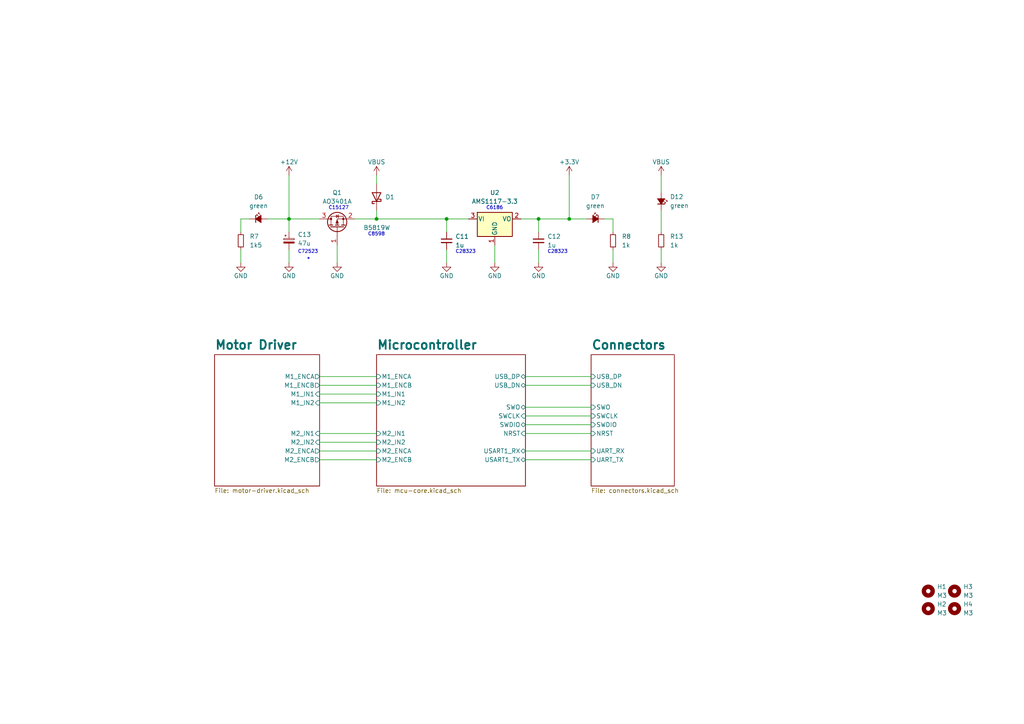
<source format=kicad_sch>
(kicad_sch (version 20211123) (generator eeschema)
  (paper "A4")
  (title_block (title "Posit: A STM32 based DC motor controller") (date "2023-06-25") (rev "A") (company "Sampreet SARKAR"))
  (lib_symbols
    (symbol "Device:C_Polarized_Small" (pin_numbers hide) (pin_names (offset 0.254) hide)
      (property "Reference" "C" (at 0.254 1.778 0))
      (property "Value" "C_Polarized_Small" (at 0.254 -2.032 0))
      (symbol "C_Polarized_Small_0_1"
        (rectangle (start -1.524 -0.3048) (end 1.524 -0.6858) (fill (type outline)))
        (rectangle (start -1.524 0.6858) (end 1.524 0.3048))
        (polyline (pts (xy -1.27 1.524) (xy -0.762 1.524)))
        (polyline (pts (xy -1.016 1.27) (xy -1.016 1.778)))
      )
      (symbol "C_Polarized_Small_1_1"
        (pin passive line (at 0 2.54 270) (length 1.8542) (name "~") (number "1"))
        (pin passive line (at 0 -2.54 90) (length 1.8542) (name "~") (number "2"))
      )
    )
    (symbol "Device:C_Small" (pin_numbers hide) (pin_names (offset 0.254) hide)
      (property "Reference" "C" (at 0.254 1.778 0))
      (property "Value" "C_Small" (at 0.254 -2.032 0))
      (symbol "C_Small_0_1"
        (polyline (pts (xy -1.524 -0.508) (xy 1.524 -0.508)) (stroke (width 0.3302)))
        (polyline (pts (xy -1.524 0.508) (xy 1.524 0.508)) (stroke (width 0.3048)))
      )
      (symbol "C_Small_1_1"
        (pin passive line (at 0 2.54 270) (length 2.032) (name "~") (number "1"))
        (pin passive line (at 0 -2.54 90) (length 2.032) (name "~") (number "2"))
      )
    )
    (symbol "Device:D_Schottky" (pin_numbers hide) (pin_names (offset 1.016) hide)
      (property "Reference" "D" (at 0 2.54 0))
      (property "Value" "D_Schottky" (at 0 -2.54 0))
      (symbol "D_Schottky_0_1"
        (polyline (pts (xy 1.27 0) (xy -1.27 0)))
        (polyline (pts (xy 1.27 1.27) (xy 1.27 -1.27) (xy -1.27 0) (xy 1.27 1.27)) (stroke (width 0.254)))
        (polyline (pts (xy -1.905 0.635) (xy -1.905 1.27) (xy -1.27 1.27) (xy -1.27 -1.27) (xy -0.635 -1.27) (xy -0.635 -0.635)) (stroke (width 0.254)))
      )
      (symbol "D_Schottky_1_1"
        (pin passive line (at -3.81 0 0) (length 2.54) (name "K") (number "1"))
        (pin passive line (at 3.81 0 180) (length 2.54) (name "A") (number "2"))
      )
    )
    (symbol "Device:LED_Small_Filled" (pin_numbers hide) (pin_names (offset 0.254) hide)
      (property "Reference" "D" (at -1.27 3.175 0))
      (property "Value" "LED_Small_Filled" (at -4.445 -2.54 0))
      (symbol "LED_Small_Filled_0_1"
        (polyline (pts (xy -0.762 -1.016) (xy -0.762 1.016)) (stroke (width 0.254)))
        (polyline (pts (xy 1.016 0) (xy -0.762 0)))
        (polyline (pts (xy 0.762 -1.016) (xy -0.762 0) (xy 0.762 1.016) (xy 0.762 -1.016)) (stroke (width 0.254)) (fill (type outline)))
        (polyline (pts (xy 0 0.762) (xy -0.508 1.27) (xy -0.254 1.27) (xy -0.508 1.27) (xy -0.508 1.016)))
        (polyline (pts (xy 0.508 1.27) (xy 0 1.778) (xy 0.254 1.778) (xy 0 1.778) (xy 0 1.524)))
      )
      (symbol "LED_Small_Filled_1_1"
        (pin passive line (at -2.54 0 0) (length 1.778) (name "K") (number "1"))
        (pin passive line (at 2.54 0 180) (length 1.778) (name "A") (number "2"))
      )
    )
    (symbol "Device:R_Small" (pin_numbers hide) (pin_names (offset 0.254) hide)
      (property "Reference" "R" (at 0.762 0.508 0))
      (property "Value" "R_Small" (at 0.762 -1.016 0))
      (symbol "R_Small_0_1"
        (rectangle (start -0.762 1.778) (end 0.762 -1.778) (stroke (width 0.2032)))
      )
      (symbol "R_Small_1_1"
        (pin passive line (at 0 2.54 270) (length 0.762) (name "~") (number "1"))
        (pin passive line (at 0 -2.54 90) (length 0.762) (name "~") (number "2"))
      )
    )
    (symbol "Mechanical:MountingHole" (pin_names (offset 1.016))
      (property "Reference" "H" (at 0 5.08 0))
      (property "Value" "MountingHole" (at 0 3.175 0))
      (symbol "MountingHole_0_1"
        (circle (center 0 0) (radius 1.27) (stroke (width 1.27)))
      )
    )
    (symbol "Regulator_Linear:AMS1117-3.3" (pin_names (offset 0.254))
      (property "Reference" "U" (at -3.81 3.175 0))
      (property "Value" "AMS1117-3.3" (at 0 3.175 0))
      (symbol "AMS1117-3.3_0_1"
        (rectangle (start -5.08 -5.08) (end 5.08 1.905) (stroke (width 0.254)) (fill (type background)))
      )
      (symbol "AMS1117-3.3_1_1"
        (pin power_in line (at 0 -7.62 90) (length 2.54) (name "GND") (number "1"))
        (pin power_out line (at 7.62 0 180) (length 2.54) (name "VO") (number "2"))
        (pin power_in line (at -7.62 0 0) (length 2.54) (name "VI") (number "3"))
      )
    )
    (symbol "Transistor_FET:AO3401A" (pin_names hide)
      (property "Reference" "Q" (at 5.08 1.905 0))
      (property "Value" "AO3401A" (at 5.08 0 0))
      (symbol "AO3401A_0_1"
        (polyline (pts (xy 0.254 0) (xy -2.54 0)))
        (polyline (pts (xy 0.254 1.905) (xy 0.254 -1.905)) (stroke (width 0.254)))
        (polyline (pts (xy 0.762 -1.27) (xy 0.762 -2.286)) (stroke (width 0.254)))
        (polyline (pts (xy 0.762 0.508) (xy 0.762 -0.508)) (stroke (width 0.254)))
        (polyline (pts (xy 0.762 2.286) (xy 0.762 1.27)) (stroke (width 0.254)))
        (polyline (pts (xy 2.54 2.54) (xy 2.54 1.778)))
        (polyline (pts (xy 2.54 -2.54) (xy 2.54 0) (xy 0.762 0)))
        (polyline (pts (xy 0.762 1.778) (xy 3.302 1.778) (xy 3.302 -1.778) (xy 0.762 -1.778)))
        (polyline (pts (xy 2.286 0) (xy 1.27 0.381) (xy 1.27 -0.381) (xy 2.286 0)) (fill (type outline)))
        (polyline (pts (xy 2.794 -0.508) (xy 2.921 -0.381) (xy 3.683 -0.381) (xy 3.81 -0.254)))
        (polyline (pts (xy 3.302 -0.381) (xy 2.921 0.254) (xy 3.683 0.254) (xy 3.302 -0.381)))
        (circle (center 1.651 0) (radius 2.794) (stroke (width 0.254)))
        (circle (center 2.54 -1.778) (radius 0.254) (fill (type outline)))
        (circle (center 2.54 1.778) (radius 0.254) (fill (type outline)))
      )
      (symbol "AO3401A_1_1"
        (pin input line (at -5.08 0 0) (length 2.54) (name "G") (number "1"))
        (pin passive line (at 2.54 -5.08 90) (length 2.54) (name "S") (number "2"))
        (pin passive line (at 2.54 5.08 270) (length 2.54) (name "D") (number "3"))
      )
    )
    (symbol "power:+12V" (power) (pin_names (offset 0))
      (property "Value" "+12V" (at 0 3.556 0))
      (symbol "+12V_0_1"
        (polyline (pts (xy -0.762 1.27) (xy 0 2.54)))
        (polyline (pts (xy 0 0) (xy 0 2.54)))
        (polyline (pts (xy 0 2.54) (xy 0.762 1.27)))
      )
      (symbol "+12V_1_1"
        (pin power_in line (at 0 0 90) (length 0) hide (name "+12V") (number "1"))
      )
    )
    (symbol "power:+3.3V" (power) (pin_names (offset 0))
      (property "Value" "+3.3V" (at 0 3.556 0))
      (symbol "+3.3V_0_1"
        (polyline (pts (xy -0.762 1.27) (xy 0 2.54)))
        (polyline (pts (xy 0 0) (xy 0 2.54)))
        (polyline (pts (xy 0 2.54) (xy 0.762 1.27)))
      )
      (symbol "+3.3V_1_1"
        (pin power_in line (at 0 0 90) (length 0) hide (name "+3.3V") (number "1"))
      )
    )
    (symbol "power:GND" (power) (pin_names (offset 0))
      (property "Value" "GND" (at 0 -3.81 0))
      (symbol "GND_0_1"
        (polyline (pts (xy 0 0) (xy 0 -1.27) (xy 1.27 -1.27) (xy 0 -2.54) (xy -1.27 -1.27) (xy 0 -1.27)))
      )
      (symbol "GND_1_1"
        (pin power_in line (at 0 0 270) (length 0) hide (name "GND") (number "1"))
      )
    )
    (symbol "power:VBUS" (power) (pin_names (offset 0))
      (property "Value" "VBUS" (at 0 3.81 0))
      (symbol "VBUS_0_1"
        (polyline (pts (xy -0.762 1.27) (xy 0 2.54)))
        (polyline (pts (xy 0 0) (xy 0 2.54)))
        (polyline (pts (xy 0 2.54) (xy 0.762 1.27)))
      )
      (symbol "VBUS_1_1"
        (pin power_in line (at 0 0 90) (length 0) hide (name "VBUS") (number "1"))
      )
    )
  )
  (junction (at 109.22 63.5))
  (junction (at 156.21 63.5))
  (junction (at 165.1 63.5))
  (junction (at 129.54 63.5))
  (junction (at 83.82 63.5))
  (wire (pts (xy 83.82 63.5) (xy 92.71 63.5)))
  (wire (pts (xy 191.77 50.8) (xy 191.77 55.88)))
  (wire (pts (xy 151.13 63.5) (xy 156.21 63.5)))
  (wire (pts (xy 69.85 67.31) (xy 69.85 63.5)))
  (wire (pts (xy 129.54 63.5) (xy 129.54 67.31)))
  (wire (pts (xy 92.71 116.84) (xy 109.22 116.84)))
  (wire (pts (xy 102.87 63.5) (xy 109.22 63.5)))
  (wire (pts (xy 92.71 114.3) (xy 109.22 114.3)))
  (wire (pts (xy 92.71 128.27) (xy 109.22 128.27)))
  (wire (pts (xy 191.77 60.96) (xy 191.77 67.31)))
  (wire (pts (xy 152.4 118.11) (xy 171.45 118.11)))
  (wire (pts (xy 109.22 60.96) (xy 109.22 63.5)))
  (wire (pts (xy 165.1 63.5) (xy 170.18 63.5)))
  (wire (pts (xy 177.8 72.39) (xy 177.8 76.2)))
  (wire (pts (xy 152.4 111.76) (xy 171.45 111.76)))
  (wire (pts (xy 191.77 72.39) (xy 191.77 76.2)))
  (wire (pts (xy 92.71 111.76) (xy 109.22 111.76)))
  (wire (pts (xy 152.4 133.35) (xy 171.45 133.35)))
  (wire (pts (xy 129.54 72.39) (xy 129.54 76.2)))
  (wire (pts (xy 152.4 130.81) (xy 171.45 130.81)))
  (wire (pts (xy 177.8 67.31) (xy 177.8 63.5)))
  (wire (pts (xy 92.71 130.81) (xy 109.22 130.81)))
  (wire (pts (xy 97.79 71.12) (xy 97.79 76.2)))
  (wire (pts (xy 156.21 63.5) (xy 165.1 63.5)))
  (wire (pts (xy 92.71 125.73) (xy 109.22 125.73)))
  (wire (pts (xy 156.21 63.5) (xy 156.21 67.31)))
  (wire (pts (xy 109.22 63.5) (xy 129.54 63.5)))
  (wire (pts (xy 69.85 72.39) (xy 69.85 76.2)))
  (wire (pts (xy 83.82 50.8) (xy 83.82 63.5)))
  (wire (pts (xy 152.4 109.22) (xy 171.45 109.22)))
  (wire (pts (xy 165.1 50.8) (xy 165.1 63.5)))
  (wire (pts (xy 152.4 123.19) (xy 171.45 123.19)))
  (wire (pts (xy 83.82 63.5) (xy 83.82 67.31)))
  (wire (pts (xy 109.22 50.8) (xy 109.22 53.34)))
  (wire (pts (xy 69.85 63.5) (xy 72.39 63.5)))
  (wire (pts (xy 177.8 63.5) (xy 175.26 63.5)))
  (wire (pts (xy 92.71 133.35) (xy 109.22 133.35)))
  (wire (pts (xy 135.89 63.5) (xy 129.54 63.5)))
  (wire (pts (xy 152.4 125.73) (xy 171.45 125.73)))
  (wire (pts (xy 92.71 109.22) (xy 109.22 109.22)))
  (wire (pts (xy 143.51 71.12) (xy 143.51 76.2)))
  (wire (pts (xy 83.82 72.39) (xy 83.82 76.2)))
  (wire (pts (xy 152.4 120.65) (xy 171.45 120.65)))
  (wire (pts (xy 77.47 63.5) (xy 83.82 63.5)))
  (wire (pts (xy 156.21 72.39) (xy 156.21 76.2)))
  (text "C28323" (at 158.75 73.66 0) (effects (font (size 1 1)) (justify left bottom)))
  (text "*" (at 88.9 76.2 0) (effects (font (size 1.27 1.27)) (justify left bottom)))
  (text "C6186" (at 140.97 60.96 0) (effects (font (size 1 1)) (justify left bottom)))
  (text "C28323" (at 132.08 73.66 0) (effects (font (size 1 1)) (justify left bottom)))
  (text "C15127" (at 95.25 60.96 0) (effects (font (size 1 1)) (justify left bottom)))
  (text "C8598" (at 106.68 68.58 0) (effects (font (size 1 1)) (justify left bottom)))
  (text "C72523" (at 86.36 73.66 0) (effects (font (size 1 1)) (justify left bottom)))
  (symbol (lib_id "Transistor_FET:AO3401A") (at 97.79 66.04 90) (unit 1)
    (property "Reference" "Q1" (at 97.79 55.88 90))
    (property "Value" "AO3401A" (at 97.79 58.42 90))
    (property "Footprint" "Package_TO_SOT_SMD:SOT-23" (effects hide))
    (property "Datasheet" "http://www.aosmd.com/pdfs/datasheet/AO3401A.pdf" (effects hide))
  )
  (symbol (lib_id "Device:C_Polarized_Small") (at 83.82 69.85 0) (unit 1)
    (property "Reference" "C13" (at 86.36 68.0338 0) (effects (justify left)))
    (property "Value" "47u" (at 86.36 70.5738 0) (effects (justify left)))
    (property "Footprint" "Capacitor_SMD:CP_Elec_6.3x7.7" (effects hide))
  )
  (symbol (lib_id "Mechanical:MountingHole") (at 276.86 171.45 0) (unit 1)
    (property "Reference" "H3" (at 279.4 170.1799 0) (effects (justify left)))
    (property "Value" "M3" (at 279.4 172.7199 0) (effects (justify left)))
    (property "Footprint" "MountingHole:MountingHole_3.2mm_M3_DIN965_Pad" (effects hide))
  )
  (symbol (lib_id "power:VBUS") (at 191.77 50.8 0) (unit 1)
    (property "Reference" "#PWR0101" (effects hide))
    (property "Value" "VBUS" (at 191.77 46.99 0))
  )
  (symbol (lib_id "Device:LED_Small_Filled") (at 74.93 63.5 0) (unit 1)
    (property "Reference" "D6" (at 74.9935 57.15 0))
    (property "Value" "green" (at 74.9935 59.69 0))
    (property "Footprint" "LED_SMD:LED_0603_1608Metric" (effects hide))
  )
  (symbol (lib_id "power:VBUS") (at 109.22 50.8 0) (unit 1)
    (property "Reference" "#PWR014" (effects hide))
    (property "Value" "VBUS" (at 109.22 46.99 0))
  )
  (symbol (lib_id "Regulator_Linear:AMS1117-3.3") (at 143.51 63.5 0) (unit 1)
    (property "Reference" "U2" (at 143.51 55.88 0))
    (property "Value" "AMS1117-3.3" (at 143.51 58.42 0))
    (property "Footprint" "Package_TO_SOT_SMD:SOT-223-3_TabPin2" (effects hide))
    (property "Datasheet" "http://www.advanced-monolithic.com/pdf/ds1117.pdf" (effects hide))
  )
  (symbol (lib_id "Device:LED_Small_Filled") (at 191.77 58.42 270) (mirror x) (unit 1)
    (property "Reference" "D12" (at 194.31 57.0864 90) (effects (justify left)))
    (property "Value" "green" (at 194.31 59.6264 90) (effects (justify left)))
    (property "Footprint" "LED_SMD:LED_0603_1608Metric" (effects hide))
  )
  (symbol (lib_id "power:GND") (at 156.21 76.2 0) (unit 1)
    (property "Reference" "#PWR017" (effects hide))
    (property "Value" "GND" (at 156.21 80.01 0))
  )
  (symbol (lib_id "power:+3.3V") (at 165.1 50.8 0) (unit 1)
    (property "Reference" "#PWR018" (effects hide))
    (property "Value" "+3.3V" (at 165.1 46.99 0))
  )
  (symbol (lib_id "Device:LED_Small_Filled") (at 172.72 63.5 0) (mirror y) (unit 1)
    (property "Reference" "D7" (at 172.6565 57.15 0))
    (property "Value" "green" (at 172.6565 59.69 0))
    (property "Footprint" "LED_SMD:LED_0603_1608Metric" (effects hide))
  )
  (symbol (lib_id "Mechanical:MountingHole") (at 269.24 176.53 0) (unit 1)
    (property "Reference" "H2" (at 271.78 175.2599 0) (effects (justify left)))
    (property "Value" "M3" (at 271.78 177.7999 0) (effects (justify left)))
    (property "Footprint" "MountingHole:MountingHole_3.2mm_M3_DIN965_Pad" (effects hide))
  )
  (symbol (lib_id "power:GND") (at 97.79 76.2 0) (unit 1)
    (property "Reference" "#PWR030" (effects hide))
    (property "Value" "GND" (at 97.79 80.01 0))
  )
  (symbol (lib_id "power:GND") (at 191.77 76.2 0) (mirror y) (unit 1)
    (property "Reference" "#PWR0102" (effects hide))
    (property "Value" "GND" (at 191.77 80.01 0))
  )
  (symbol (lib_id "Device:R_Small") (at 191.77 69.85 0) (mirror y) (unit 1)
    (property "Reference" "R13" (at 194.31 68.5799 0) (effects (justify right)))
    (property "Value" "1k" (at 194.31 71.1199 0) (effects (justify right)))
    (property "Footprint" "Resistor_SMD:R_0603_1608Metric" (effects hide))
  )
  (symbol (lib_id "Device:C_Small") (at 129.54 69.85 0) (unit 1)
    (property "Reference" "C11" (at 132.08 68.5862 0) (effects (justify left)))
    (property "Value" "1u" (at 132.08 71.1262 0) (effects (justify left)))
    (property "Footprint" "Capacitor_SMD:C_0805_2012Metric" (effects hide))
  )
  (symbol (lib_id "power:+12V") (at 83.82 50.8 0) (unit 1)
    (property "Reference" "#PWR026" (effects hide))
    (property "Value" "+12V" (at 83.82 46.99 0))
  )
  (symbol (lib_id "Device:R_Small") (at 69.85 69.85 0) (unit 1)
    (property "Reference" "R7" (at 72.39 68.5799 0) (effects (justify left)))
    (property "Value" "1k5" (at 72.39 71.1199 0) (effects (justify left)))
    (property "Footprint" "Resistor_SMD:R_0603_1608Metric" (effects hide))
  )
  (symbol (lib_id "power:GND") (at 177.8 76.2 0) (mirror y) (unit 1)
    (property "Reference" "#PWR042" (effects hide))
    (property "Value" "GND" (at 177.8 80.01 0))
  )
  (symbol (lib_id "power:GND") (at 129.54 76.2 0) (unit 1)
    (property "Reference" "#PWR015" (effects hide))
    (property "Value" "GND" (at 129.54 80.01 0))
  )
  (symbol (lib_id "Device:R_Small") (at 177.8 69.85 0) (mirror y) (unit 1)
    (property "Reference" "R8" (at 180.34 68.5799 0) (effects (justify right)))
    (property "Value" "1k" (at 180.34 71.1199 0) (effects (justify right)))
    (property "Footprint" "Resistor_SMD:R_0603_1608Metric" (effects hide))
  )
  (symbol (lib_id "power:GND") (at 83.82 76.2 0) (unit 1)
    (property "Reference" "#PWR027" (effects hide))
    (property "Value" "GND" (at 83.82 80.01 0))
  )
  (symbol (lib_id "Mechanical:MountingHole") (at 269.24 171.45 0) (unit 1)
    (property "Reference" "H1" (at 271.78 170.1799 0) (effects (justify left)))
    (property "Value" "M3" (at 271.78 172.7199 0) (effects (justify left)))
    (property "Footprint" "MountingHole:MountingHole_3.2mm_M3_DIN965_Pad" (effects hide))
  )
  (symbol (lib_id "Device:C_Small") (at 156.21 69.85 0) (unit 1)
    (property "Reference" "C12" (at 158.75 68.5862 0) (effects (justify left)))
    (property "Value" "1u" (at 158.75 71.1262 0) (effects (justify left)))
    (property "Footprint" "Capacitor_SMD:C_0805_2012Metric" (effects hide))
  )
  (symbol (lib_id "power:GND") (at 69.85 76.2 0) (unit 1)
    (property "Reference" "#PWR041" (effects hide))
    (property "Value" "GND" (at 69.85 80.01 0))
  )
  (symbol (lib_id "Mechanical:MountingHole") (at 276.86 176.53 0) (unit 1)
    (property "Reference" "H4" (at 279.4 175.2599 0) (effects (justify left)))
    (property "Value" "M3" (at 279.4 177.7999 0) (effects (justify left)))
    (property "Footprint" "MountingHole:MountingHole_3.2mm_M3_DIN965_Pad" (effects hide))
  )
  (symbol (lib_id "Device:D_Schottky") (at 109.22 57.15 90) (unit 1)
    (property "Reference" "D1" (at 111.76 57.15 90) (effects (justify right)))
    (property "Value" "B5819W" (at 105.41 66.04 90) (effects (justify right)))
    (property "Footprint" "Diode_SMD:D_SOD-123" (effects hide))
  )
  (symbol (lib_id "power:GND") (at 143.51 76.2 0) (unit 1)
    (property "Reference" "#PWR016" (effects hide))
    (property "Value" "GND" (at 143.51 80.01 0))
  )
  (sheet (at 109.22 102.87) (size 43.18 38.1) (stroke (width 0.1524))
    (property "Sheet name" "Microcontroller" (at 109.22 101.5234 0) (effects (font (size 2.54 2.54) bold) (justify left bottom)))
    (property "Sheet file" "mcu-core.kicad_sch" (at 109.22 141.5546 0) (effects (justify left top)))
    (pin "USB_DP" bidirectional (at 152.4 109.22 0))
    (pin "USB_DN" bidirectional (at 152.4 111.76 0))
    (pin "SWO" bidirectional (at 152.4 118.11 0))
    (pin "SWCLK" input (at 152.4 120.65 0))
    (pin "SWDIO" bidirectional (at 152.4 123.19 0))
    (pin "NRST" input (at 152.4 125.73 0))
    (pin "M1_IN1" input (at 109.22 114.3 180))
    (pin "M1_IN2" input (at 109.22 116.84 180))
    (pin "M1_ENCA" input (at 109.22 109.22 180))
    (pin "M1_ENCB" input (at 109.22 111.76 180))
    (pin "M2_IN1" input (at 109.22 125.73 180))
    (pin "M2_ENCA" input (at 109.22 130.81 180))
    (pin "M2_ENCB" input (at 109.22 133.35 180))
    (pin "M2_IN2" input (at 109.22 128.27 180))
    (pin "USART1_RX" bidirectional (at 152.4 130.81 0))
    (pin "USART1_TX" bidirectional (at 152.4 133.35 0))
  )
  (sheet (at 62.23 102.87) (size 30.48 38.1) (stroke (width 0.1524))
    (property "Sheet name" "Motor Driver" (at 62.23 101.5234 0) (effects (font (size 2.54 2.54) bold) (justify left bottom)))
    (property "Sheet file" "motor-driver.kicad_sch" (at 62.23 141.5546 0) (effects (justify left top)))
    (pin "M1_ENCA" output (at 92.71 109.22 0))
    (pin "M1_ENCB" output (at 92.71 111.76 0))
    (pin "M1_IN1" input (at 92.71 114.3 0))
    (pin "M1_IN2" input (at 92.71 116.84 0))
    (pin "M2_IN2" input (at 92.71 128.27 0))
    (pin "M2_IN1" input (at 92.71 125.73 0))
    (pin "M2_ENCA" output (at 92.71 130.81 0))
    (pin "M2_ENCB" output (at 92.71 133.35 0))
  )
  (sheet (at 171.45 102.87) (size 24.13 38.1) (stroke (width 0.1524))
    (property "Sheet name" "Connectors" (at 171.45 101.5234 0) (effects (font (size 2.54 2.54) bold) (justify left bottom)))
    (property "Sheet file" "connectors.kicad_sch" (at 171.45 141.5546 0) (effects (justify left top)))
    (pin "USB_DP" input (at 171.45 109.22 180))
    (pin "USB_DN" input (at 171.45 111.76 180))
    (pin "SWCLK" input (at 171.45 120.65 180))
    (pin "SWDIO" input (at 171.45 123.19 180))
    (pin "SWO" input (at 171.45 118.11 180))
    (pin "NRST" input (at 171.45 125.73 180))
    (pin "UART_RX" input (at 171.45 130.81 180))
    (pin "UART_TX" input (at 171.45 133.35 180))
  )
)
</source>
